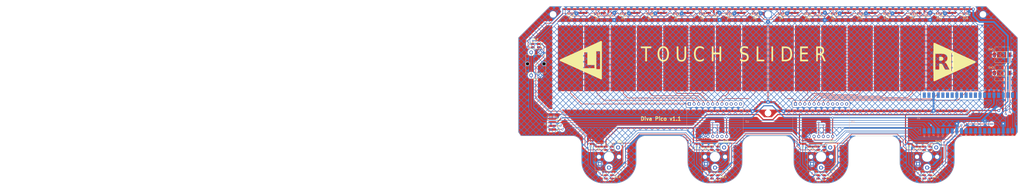
<source format=kicad_pcb>
(kicad_pcb (version 20240108) (generator "pcbnew") (generator_version "8.0")
  (title_block (title "Diva Pico Main"))
  (layers (0 "F.Cu" signal) (31 "B.Cu" signal) (34 "B.Paste" user) (35 "F.Paste" user) (36 "B.SilkS" user "B.Silkscreen") (37 "F.SilkS" user "F.Silkscreen") (38 "B.Mask" user) (39 "F.Mask" user) (44 "Edge.Cuts" user))
  (net 0 "")
  (net 1 "GND")
  (net 2 "+5V")
  (net 3 "+3V3")
  (net 4 "Net-(BL1-In)")
  (net 5 "Net-(K1-Pin_1)")
  (net 6 "Net-(K2-Pin_1)")
  (net 7 "Net-(K3-Pin_1)")
  (net 8 "Net-(K4-Pin_1)")
  (net 9 "Net-(K5-Pin_1)")
  (net 10 "Net-(K6-Pin_1)")
  (net 11 "Net-(K7-Pin_1)")
  (net 12 "Net-(K8-Pin_1)")
  (net 13 "Net-(K9-Pin_1)")
  (net 14 "Net-(K10-Pin_1)")
  (net 15 "Net-(K11-Pin_1)")
  (net 16 "Net-(K12-Pin_1)")
  (net 17 "Net-(K13-Pin_1)")
  (net 18 "Net-(K14-Pin_1)")
  (net 19 "Net-(K15-Pin_1)")
  (net 20 "Net-(K16-Pin_1)")
  (net 21 "Net-(D1-Out)")
  (net 22 "Net-(D2-Out)")
  (net 23 "Net-(D3-Out)")
  (net 24 "Net-(D4-Out)")
  (net 25 "Net-(D5-Out)")
  (net 26 "Net-(D6-Out)")
  (net 27 "Net-(D7-Out)")
  (net 28 "Net-(D8-Out)")
  (net 29 "Net-(D10-In)")
  (net 30 "Net-(D10-Out)")
  (net 31 "Net-(D11-Out)")
  (net 32 "Net-(D12-Out)")
  (net 33 "Net-(D13-Out)")
  (net 34 "Net-(D14-Out)")
  (net 35 "Net-(D15-Out)")
  (net 36 "Net-(BL1-Out)")
  (net 37 "/SCL")
  (net 38 "/SDA")
  (net 63 "Net-(BL3-Out)")
  (net 65 "Net-(BL5-Out)")
  (net 67 "Net-(BL7-Out)")
  (net 69 "Net-(BL9-Out)")
  (net 73 "Net-(U1-GPIO1)")
  (net 74 "Net-(U1-GPIO0)")
  (net 75 "Net-(U1-GPIO9)")
  (net 76 "Net-(U1-GPIO10)")
  (net 77 "Net-(U1-GPIO11)")
  (net 78 "Net-(U1-GPIO12)")
  (net 79 "Net-(U1-GPIO13)")
  (footprint "diva_main:PN532" (layer "F.Cu") (at 95.536 117.59268 90)
    (property "Reference" "J1")
    (property "Value" "Conn_01x04" (hide yes))
  )
  (footprint "diva_main:DivaKey" (layer "F.Cu") (at 148.736 81.59268)
    (property "Reference" "K4" (hide yes))
    (property "Value" "Conn_01x01_Female" (hide yes))
  )
  (footprint "diva_main:DivaKey" (layer "F.Cu") (at 278.336 81.59268)
    (property "Reference" "K13" (hide yes))
    (property "Value" "Conn_01x01_Female" (hide yes))
  )
  (footprint "Capacitor_SMD:C_0603_1608Metric_Pad1.08x0.95mm_HandSolder" (layer "F.Cu") (at 299.936 56.59268)
    (property "Reference" "C1")
    (property "Value" "0.1uF" (hide yes))
  )
  (footprint "diva_main:WS2812B-4020" (layer "F.Cu") (at 278.336 57.59268 180)
    (property "Reference" "D13")
    (property "Value" "WS2812B_Unified" (hide yes))
  )
  (footprint "Capacitor_SMD:C_0603_1608Metric_Pad1.08x0.95mm_HandSolder" (layer "F.Cu") (at 290.536 127.59268 90)
    (property "Reference" "C8")
    (property "Value" "0.1uF" (hide yes))
  )
  (footprint "diva_main:SW_Kailh_Choc_V1V2_1.00u_LED" (layer "F.Cu") (at 184.536 135.59268 180)
    (property "Reference" "SW5")
    (property "Value" "SWITCH_SPST" (hide yes))
  )
  (footprint "diva_main:WS2812B-2835" (layer "F.Cu") (at 126.536 130.89268)
    (property "Reference" "BL7")
    (property "Value" "WS2812B_Unified" (hide yes))
  )
  (footprint "diva_main:MountingHole_3.2mm_M3" (layer "F.Cu") (at 213.536 111.59268)
    (property "Reference" "SCR4" (hide yes))
    (property "Value" "ScrewHole" (hide yes))
  )
  (footprint "diva_main:WS2812B-4020" (layer "F.Cu") (at 292.736 57.59268 180)
    (property "Reference" "D14")
    (property "Value" "WS2812B_Unified" (hide yes))
  )
  (footprint "diva_main:DivaKey" (layer "F.Cu") (at 105.536 81.59268)
    (property "Reference" "K1" (hide yes))
    (property "Value" "Conn_01x01_Female" (hide yes))
  )
  (footprint "diva_main:DivaKey" (layer "F.Cu") (at 134.336 81.59268)
    (property "Reference" "K3" (hide yes))
    (property "Value" "Conn_01x01_Female" (hide yes))
  )
  (footprint "diva_main:DivaKey" (layer "F.Cu") (at 321.536 81.59268)
    (property "Reference" "K16" (hide yes))
    (property "Value" "Conn_01x01_Female" (hide yes))
  )
  (footprint "diva_main:WS2812B-2835" (layer "F.Cu") (at 184.536 146.59268)
    (property "Reference" "BL6")
    (property "Value" "WS2812B_Unified" (hide yes))
  )
  (footprint "diva_main:WS2812B-4020" (layer "F.Cu") (at 321.536 57.59268 180)
    (property "Reference" "D16")
    (property "Value" "WS2812B_Unified" (hide yes))
  )
  (footprint "diva_main:DivaKey" (layer "F.Cu") (at 292.736 81.59268)
    (property "Reference" "K14" (hide yes))
    (property "Value" "Conn_01x01_Female" (hide yes))
  )
  (footprint "diva_main:SW_Kailh_Choc_V1V2_1.00u_LED" (layer "F.Cu") (at 242.536 135.59268 180)
    (property "Reference" "SW4")
    (property "Value" "SWITCH_SPST" (hide yes))
  )
  (footprint "diva_main:SKSTAAE010" (layer "F.Cu") (at 341.536 89.59268)
    (property "Reference" "SW2")
    (property "Value" "SWITCH_SPST" (hide yes))
  )
  (footprint "diva_main:WS2812B-4020" (layer "F.Cu") (at 177.536 57.59268 180)
    (property "Reference" "D6")
    (property "Value" "WS2812B_Unified" (hide yes))
  )
  (footprint "diva_main:DivaKey" (layer "F.Cu") (at 263.936 81.59268)
    (property "Reference" "K12" (hide yes))
    (property "Value" "Conn_01x01_Female" (hide yes))
  )
  (footprint "Capacitor_SMD:C_0603_1608Metric_Pad1.08x0.95mm_HandSolder" (layer "F.Cu") (at 232.536 127.59268 90)
    (property "Reference" "C7")
    (property "Value" "0.1uF" (hide yes))
  )
  (footprint "diva_main:MountingHole_3.2mm_M3" (layer "F.Cu") (at 95.98 57.49268)
    (property "Reference" "SCR1" (hide yes))
    (property "Value" "ScrewHole" (hide yes))
  )
  (footprint "Capacitor_SMD:C_0603_1608Metric_Pad1.08x0.95mm_HandSolder" (layer "F.Cu") (at 116.536 127.59268 90)
    (property "Reference" "C5")
    (property "Value" "0.1uF" (hide yes))
  )
  (footprint "diva_main:B3F4000" (layer "F.Cu") (at 86.536 84.59268 90)
    (property "Reference" "SW7")
    (property "Value" "SWITCH_SPST")
  )
  (footprint "diva_main:WS2812B-4020" (layer "F.Cu") (at 119.936 57.59268 180)
    (property "Reference" "D2")
    (property "Value" "WS2812B_Unified" (hide yes))
  )
  (footprint "diva_main:DivaKey" (layer "F.Cu") (at 235.136 81.59268)
    (property "Reference" "K10" (hide yes))
    (property "Value" "Conn_01x01_Female" (hide yes))
  )
  (footprint "Capacitor_SMD:C_0603_1608Metric_Pad1.08x0.95mm_HandSolder" (layer "F.Cu") (at 184.736 56.59268)
    (property "Reference" "C3")
    (property "Value" "0.1uF" (hide yes))
  )
  (footprint "Capacitor_SMD:C_0603_1608Metric_Pad1.08x0.95mm_HandSolder" (layer "F.Cu") (at 127.136 56.59268)
    (property "Reference" "C4")
    (property "Value" "0.1uF" (hide yes))
  )
  (footprint "diva_main:WS2812B-2835" (layer "F.Cu") (at 242.536 130.89268)
    (property "Reference" "BL3")
    (property "Value" "WS2812B_Unified" (hide yes))
  )
  (footprint "diva_main:MountingHole_3.2mm_M3" (layer "F.Cu") (at 331.092 57.49268)
    (property "Reference" "SCR2" (hide yes))
    (property "Value" "ScrewHole" (hide yes))
  )
  (footprint "diva_main:SW_Kailh_Choc_V1V2_1.00u_LED" (layer "F.Cu") (at 300.536 135.59268 180)
    (property "Reference" "SW3")
    (property "Value" "SWITCH_SPST" (hide yes))
  )
  (footprint "diva_main:SKSTAAE010" (layer "F.Cu") (at 341.536 79.59268)
    (property "Reference" "SW1")
    (property "Value" "SWITCH_SPST" (hide yes))
  )
  (footprint "diva_main:WS2812B-4020" (layer "F.Cu") (at 235.136 57.59268 180)
    (property "Reference" "D10")
    (property "Value" "WS2812B_Unified" (hide yes))
  )
  (footprint "diva_main:WS2812B-2835" (layer "F.Cu") (at 184.536 130.89268)
    (property "Reference" "BL5")
    (property "Value" "WS2812B_Unified" (hide yes))
  )
  (footprint "diva_main:WS2812B-4020" (layer "F.Cu") (at 206.336 57.59268 180)
    (property "Reference" "D8")
    (property "Value" "WS2812B_Unified" (hide yes))
  )
  (footprint "diva_main:DivaKey" (layer "F.Cu") (at 249.536 81.59268)
    (property "Reference" "K11" (hide yes))
    (property "Value" "Conn_01x01_Female" (hide yes))
  )
  (footprint "diva_main:DivaKey" (layer "F.Cu") (at 307.136 81.59268)
    (property "Reference" "K15" (hide yes))
    (property "Value" "Conn_01x01_Female" (hide yes))
  )
  (footprint "diva_main:WS2812B-4020" (layer "F.Cu") (at 191.936 57.59268 180)
    (property "Reference" "D7")
    (property "Value" "WS2812B_Unified" (hide yes))
  )
  (footprint "diva_main:DivaKey" (layer "F.Cu") (at 119.936 81.59268)
    (property "Reference" "K2" (hide yes))
    (property "Value" "Conn_01x01_Female" (hide yes))
  )
  (footprint "diva_main:DivaKeyBiasRight" (layer "F.Cu") (at 220.736 81.59268)
    (property "Reference" "K9" (hide yes))
    (property "Value" "Conn_01x01_Female" (hide yes))
  )
  (footprint "diva_main:WS2812B-4020" (layer "F.Cu") (at 163.136 57.59268 180)
    (property "Reference" "D5")
    (property "Value" "WS2812B_Unified" (hide yes))
  )
  (footprint "diva_main:WS2812B-4020" (layer "F.Cu") (at 249.536 57.59268 180)
    (property "Reference" "D11")
    (property "Value" "WS2812B_Unified" (hide yes))
  )
  (footprint "diva_main:DivaKey" (layer "F.Cu") (at 191.936 81.59268)
    (property "Reference" "K7" (hide yes))
    (property "Value" "Conn_01x01_Female" (hide yes))
  )
  (footprint "diva_main:WS2812B-4020" (layer "F.Cu") (at 134.336 57.59268 180)
    (property "Reference" "D3")
    (property "Value" "WS2812B_Unified" (hide yes))
  )
  (footprint "diva_main:WS2812B-2835" (layer "F.Cu") (at 300.536 146.59268)
    (property "Reference" "BL2")
    (property "Value" "WS2812B_Unified" (hide yes))
  )
  (footprint "diva_main:MountingHole_3.2mm_M3" (layer "F.Cu") (at 213.536 57.49268 180)
    (property "Reference" "SCR3" (hide yes))
    (property "Value" "ScrewHole" (hide yes))
  )
  (footprint "diva_main:DivaKey" (layer "F.Cu") (at 163.136 81.59268)
    (property "Reference" "K5" (hide yes))
    (property "Value" "Conn_01x01_Female" (hide yes))
  )
  (footprint "diva_main:WS2812B-4020" (layer "F.Cu") (at 263.936 57.59268 180)
    (property "Reference" "D12")
    (property "Value" "WS2812B_Unified" (hide yes))
  )
  (footprint "diva_main:WS2812B-2835" (layer "F.Cu") (at 126.536 146.59268)
    (property "Reference" "BL8")
    (property "Value" "WS2812B_Unified" (hide yes))
  )
  (footprint "diva_main:WS2812B-4020" (layer "F.Cu") (at 105.536 57.59268 180)
    (property "Reference" "D1")
    (property "Value" "WS2812B_Unified" (hide yes))
  )
  (footprint "diva_main:WS2812B-4020" (layer "F.Cu") (at 148.736 57.59268 180)
    (property "Reference" "D4")
    (property "Value" "WS2812B_Unified" (hide yes))
  )
  (footprint "diva_main:DivaKey" (layer "F.Cu") (at 177.536 81.59268)
    (property "Reference" "K6" (hide yes))
    (property "Value" "Conn_01x01_Female" (hide yes))
  )
  (footprint "diva_main:WS2812B-4020" (layer "F.Cu") (at 220.736 57.59268 180)
    (property "Reference" "D9")
    (property "Value" "WS2812B_Unified" (hide yes))
  )
  (footprint "diva_main:WS2812B-2835" (layer "F.Cu") (at 242.536 146.59268)
    (property "Reference" "BL4")
    (property "Value" "WS2812B_Unified" (hide yes))
  )
  (footprint "diva_main:WS2812B-2835" (layer "F.Cu") (at 86.536 74.59268)
    (property "Reference" "BL9")
    (property "Value" "WS2812B_Unified" (hide yes))
  )
  (footprint "diva_main:DivaKeyBiasLeft" (layer "F.Cu") (at 206.336 81.59268)
    (property "Reference" "K8" (hide yes))
    (property "Value" "Conn_01x01_Female" (hide yes))
  )
  (footprint "diva_main:SW_Kailh_Choc_V1V2_1.00u_LED" (layer "F.Cu") (at 126.536 135.59268 180)
    (property "Reference" "SW6")
    (property "Value" "SWITCH_SPST" (hide yes))
  )
  (footprint "Capacitor_SMD:C_0603_1608Metric_Pad1.08x0.95mm_HandSolder" (layer "F.Cu") (at 242.336 56.59268)
    (property "Reference" "C2")
    (property "Value" "0.1uF" (hide yes))
  )
  (footprint "diva_main:WS2812B-4020" (layer "F.Cu") (at 307.136 57.59268 180)
    (property "Reference" "D15")
    (property "Value" "WS2812B_Unified" (hide yes))
  )
  (footprint "Capacitor_SMD:C_0603_1608Metric_Pad1.08x0.95mm_HandSolder" (layer "F.Cu") (at 174.536 127.59268 90)
    (property "Reference" "C6")
    (property "Value" "0.1uF" (hide yes))
  )
  (footprint "diva_main:WS2812B-2835" (layer "F.Cu") (at 300.536 130.89268)
    (property "Reference" "BL1")
    (property "Value" "WS2812B_Unified" (hide yes))
  )
  (footprint "diva_main:MPR121_BOARD" (layer "B.Cu") (at 184.536 106.59268)
    (property "Reference" "U2")
    (property "Value" "MPR121QR2_BOARD" (hide yes))
  )
  (footprint "diva_main:MPR121_BOARD" (layer "B.Cu") (at 242.536 106.59268)
    (property "Reference" "U3")
    (property "Value" "MPR121QR2_BOARD" (hide yes))
  )
  (footprint "diva_main:RPi_Pico_SMD_No_USB" (layer "B.Cu") (at 323.136 111.59268 90)
    (property "Reference" "U1")
    (property "Value" "Pico_Trim")
  )
  (gr_poly (pts (xy 122.186685 72.59268) (xy 111.186685 77.59268) (xy 122.186685 77.59268)) (stroke (width 0.15)) (fill solid) (layer "F.SilkS"))
  (gr_line (start 326.536 83.59268) (end 304.536 73.59268) (stroke (width 1)) (layer "F.SilkS"))
  (gr_poly (pts (xy 315.536 78.59268) (xy 304.536 78.59268) (xy 304.536 73.59268)) (stroke (width 0.15)) (fill solid) (layer "F.SilkS"))
  (gr_poly (pts (xy 111.186685 87.59268) (xy 122.186685 87.59268) (xy 122.186685 92.59268)) (stroke (width 0.15)) (fill solid) (layer "F.SilkS"))
  (gr_line (start 100.186685 82.59268) (end 122.186685 92.59268) (stroke (width 1)) (layer "F.SilkS"))
  (gr_line (start 304.536 93.59268) (end 326.536 83.59268) (stroke (width 1)) (layer "F.SilkS"))
  (gr_poly (pts (xy 304.536 93.59268) (xy 315.536 88.59268) (xy 304.536 88.59268)) (stroke (width 0.15)) (fill solid) (layer "F.SilkS"))
  (gr_line (start 122.186685 92.59268) (end 122.186685 72.59268) (stroke (width 1)) (layer "F.SilkS"))
  (gr_poly (pts (xy 112.186685 77.59268) (xy 112.186685 87.59268) (xy 101.186685 82.59268)) (stroke (width 0.15)) (fill solid) (layer "F.SilkS"))
  (gr_line (start 304.536 73.59268) (end 304.536 93.59268) (stroke (width 1)) (layer "F.SilkS"))
  (gr_poly (pts (xy 314.536 88.59268) (xy 314.536 78.59268) (xy 325.536 83.59268)) (stroke (width 0.15)) (fill solid) (layer "F.SilkS"))
  (gr_line (start 122.186685 72.59268) (end 100.186685 82.59268) (stroke (width 1)) (layer "F.SilkS"))
  (gr_line (start 285.536 129.09136) (end 285.536 138.09136) (stroke (width 0.2)) (layer "Edge.Cuts"))
  (gr_line (start 78.39081 124.09136) (end 106.536 124.09136) (stroke (width 0.2)) (layer "Edge.Cuts"))
  (gr_line (start 262.536 124.09136) (end 280.536 124.09136) (stroke (width 0.2)) (layer "Edge.Cuts"))
  (gr_arc (start 106.536 124.09136) (mid 110.071534 125.555826) (end 111.536 129.09136) (stroke (width 0.2)) (layer "Edge.Cuts"))
  (gr_line (start 94.15732 53.09136) (end 77.036 70.21268) (stroke (width 0.2)) (layer "Edge.Cuts"))
  (gr_arc (start 181.536 150.09136) (mid 173.050719 146.576641) (end 169.536 138.09136) (stroke (width 0.2)) (layer "Edge.Cuts"))
  (gr_arc (start 199.536 129.09136) (mid 201.000466 125.555826) (end 204.536 124.09136) (stroke (width 0.2)) (layer "Edge.Cuts"))
  (gr_line (start 111.536 129.09136) (end 111.536 138.09136) (stroke (width 0.2)) (layer "Edge.Cuts"))
  (gr_arc (start 257.536 129.09136) (mid 259.000466 125.555826) (end 262.536 124.09136) (stroke (width 0.2)) (layer "Edge.Cuts"))
  (gr_line (start 169.536 129.09136) (end 169.536 138.09136) (stroke (width 0.2)) (layer "Edge.Cuts"))
  (gr_line (start 199.536 138.09136) (end 199.536 129.09136) (stroke (width 0.2)) (layer "Edge.Cuts"))
  (gr_arc (start 141.536 138.09136) (mid 138.021281 146.576641) (end 129.536 150.09136) (stroke (width 0.2)) (layer "Edge.Cuts"))
  (gr_line (start 77.036 70.21268) (end 77.036 122.1247) (stroke (width 0.2)) (layer "Edge.Cuts"))
  (gr_line (start 332.91468 53.09136) (end 94.15732 53.09136) (stroke (width 0.2)) (layer "Edge.Cuts"))
  (gr_line (start 239.536 150.09136) (end 245.536 150.09136) (stroke (width 0.2)) (layer "Edge.Cuts"))
  (gr_line (start 141.536 138.09136) (end 141.536 129.09136) (stroke (width 0.2)) (layer "Edge.Cuts"))
  (gr_arc (start 222.536 124.09136) (mid 226.071534 125.555826) (end 227.536 129.09136) (stroke (width 0.2)) (layer "Edge.Cuts"))
  (gr_arc (start 297.536 150.09136) (mid 289.050719 146.576641) (end 285.536 138.09136) (stroke (width 0.2)) (layer "Edge.Cuts"))
  (gr_line (start 350.036 122.1247) (end 350.036 70.21268) (stroke (width 0.2)) (layer "Edge.Cuts"))
  (gr_line (start 315.536 138.09136) (end 315.536 129.09136) (stroke (width 0.2)) (layer "Edge.Cuts"))
  (gr_line (start 320.536 124.09136) (end 348.68119 124.09136) (stroke (width 0.2)) (layer "Edge.Cuts"))
  (gr_arc (start 199.536 138.09136) (mid 196.021281 146.576641) (end 187.536 150.09136) (stroke (width 0.2)) (layer "Edge.Cuts"))
  (gr_arc (start 257.536 138.09136) (mid 254.021281 146.576641) (end 245.536 150.09136) (stroke (width 0.2)) (layer "Edge.Cuts"))
  (gr_line (start 181.536 150.09136) (end 187.536 150.09136) (stroke (width 0.2)) (layer "Edge.Cuts"))
  (gr_arc (start 141.536 129.09136) (mid 143.000466 125.555826) (end 146.536 124.09136) (stroke (width 0.2)) (layer "Edge.Cuts"))
  (gr_line (start 77.036 122.1247) (end 78.39081 124.09136) (stroke (width 0.2)) (layer "Edge.Cuts"))
  (gr_line (start 348.68119 124.09136) (end 350.036 122.1247) (stroke (width 0.2)) (layer "Edge.Cuts"))
  (gr_line (start 204.536 124.09136) (end 222.536 124.09136) (stroke (width 0.2)) (layer "Edge.Cuts"))
  (gr_arc (start 164.536 124.09136) (mid 168.071534 125.555826) (end 169.536 129.09136) (stroke (width 0.2)) (layer "Edge.Cuts"))
  (gr_line (start 350.036 70.21268) (end 332.91468 53.09136) (stroke (width 0.2)) (layer "Edge.Cuts"))
  (gr_line (start 123.536 150.09136) (end 129.536 150.09136) (stroke (width 0.2)) (layer "Edge.Cuts"))
  (gr_line (start 227.536 129.09136) (end 227.536 138.09136) (stroke (width 0.2)) (layer "Edge.Cuts"))
  (gr_arc (start 239.536 150.09136) (mid 231.050719 146.576641) (end 227.536 138.09136) (stroke (width 0.2)) (layer "Edge.Cuts"))
  (gr_line (start 297.536 150.09136) (end 303.536 150.09136) (stroke (width 0.2)) (layer "Edge.Cuts"))
  (gr_arc (start 123.536 150.09136) (mid 115.050719 146.576641) (end 111.536 138.09136) (stroke (width 0.2)) (layer "Edge.Cuts"))
  (gr_arc (start 315.536 138.09136) (mid 312.021281 146.576641) (end 303.536 150.09136) (stroke (width 0.2)) (layer "Edge.Cuts"))
  (gr_line (start 257.536 138.09136) (end 257.536 129.09136) (stroke (width 0.2)) (layer "Edge.Cuts"))
  (gr_arc (start 315.536 129.09136) (mid 317.000466 125.555826) (end 320.536 124.09136) (stroke (width 0.2)) (layer "Edge.Cuts"))
  (gr_arc (start 280.536 124.09136) (mid 284.071534 125.555826) (end 285.536 129.09136) (stroke (width 0.2)) (layer "Edge.Cuts"))
  (gr_line (start 146.536 124.09136) (end 164.536 124.09136) (stroke (width 0.2)) (layer "Edge.Cuts"))
  (gr_text "T O U C H   S L I D E R" (at 144.036 84.59268 0) (layer "F.SilkS") (effects (font (size 8 6.6) (thickness 0.825)) (justify left bottom)))
  (gr_text "R" (at 303.826 89.19268 0) (layer "F.SilkS" knockout) (effects (font (size 8.5 8.5) (thickness 2) (bold yes)) (justify left bottom)))
  (gr_text "L" (at 111.386685 88.39268 0) (layer "F.SilkS" knockout) (effects (font (size 8.5 8.5) (thickness 2) (bold yes)) (justify left bottom)))
  (gr_text "Diva Pico v1.1" (at 143.636 115.89268 0) (layer "F.SilkS") (effects (font (size 2 2) (thickness 0.4) (bold yes)) (justify left bottom)))
  (segment (start 180.586 56.94268) (end 181.436 57.79268) (width 0.3) (layer "F.Cu") (net 1))
  (segment (start 210.136 105.59268) (end 205.136 110.59268) (width 1) (layer "F.Cu") (net 1))
  (segment (start 243.1985 57.23018) (end 243.1985 56.59268) (width 0.3) (layer "F.Cu") (net 1))
  (segment (start 185.5985 57.23018) (end 185.5985 56.59268) (width 0.3) (layer "F.Cu") (net 1))
  (segment (start 295.786 56.94268) (end 296.636 57.79268) (width 0.3) (layer "F.Cu") (net 1))
  (segment (start 129.436 56.59268) (end 127.9985 56.59268) (width 0.9) (layer "F.Cu") (net 1))
  (segment (start 239.036 57.79268) (end 242.636 57.79268) (width 0.3) (layer "F.Cu") (net 1))
  (segment (start 279.611 56.94268) (end 281.536 56.94268) (width 0.3) (layer "F.Cu") (net 1))
  (segment (start 296.636 57.79268) (end 300.236 57.79268) (width 0.3) (layer "F.Cu") (net 1))
  (segment (start 322.811 56.94268) (end 323.936 56.94268) (width 0.3) (layer "F.Cu") (net 1))
  (segment (start 181.436 57.79268) (end 185.036 57.79268) (width 0.3) (layer "F.Cu") (net 1))
  (segment (start 185.036 57.79268) (end 185.5985 57.23018) (width 0.3) (layer "F.Cu") (net 1))
  (segment (start 127.9985 57.23018) (end 127.9985 56.59268) (width 0.3) (layer "F.Cu") (net 1))
  (segment (start 302.236 56.59268) (end 300.7985 56.59268) (width 0.9) (layer "F.Cu") (net 1))
  (segment (start 294.011 56.94268) (end 295.786 56.94268) (width 0.3) (layer "F.Cu") (net 1))
  (segment (start 207.611 56.94268) (end 209.536 56.94268) (width 0.3) (layer "F.Cu") (net 1))
  (segment (start 300.7985 57.23018) (end 300.7985 56.59268) (width 0.3) (layer "F.Cu") (net 1))
  (segment (start 300.236 57.79268) (end 300.7985 57.23018) (width 0.3) (layer "F.Cu") (net 1))
  (segment (start 265.211 56.94268) (end 267.136 56.94268) (width 0.3) (layer "F.Cu") (net 1))
  (segment (start 244.636 56.59268) (end 243.1985 56.59268) (width 0.9) (layer "F.Cu") (net 1))
  (segment (start 213.536 105.59268) (end 210.136 105.59268) (width 1) (layer "F.Cu") (net 1))
  (segment (start 178.811 56.94268) (end 180.586 56.94268) (width 0.3) (layer "F.Cu") (net 1))
  (segment (start 164.411 56.94268) (end 166.336 56.94268) (width 0.3) (layer "F.Cu") (net 1))
  (segment (start 121.211 56.94268) (end 122.986 56.94268) (width 0.3) (layer "F.Cu") (net 1))
  (segment (start 150.011 56.94268) (end 151.936 56.94268) (width 0.3) (layer "F.Cu") (net 1))
  (segment (start 222.011 56.94268) (end 223.936 56.94268) (width 0.3) (layer "F.Cu") (net 1))
  (segment (start 106.811 56.94268) (end 108.736 56.94268) (width 0.3) (layer "F.Cu") (net 1))
  (segment (start 123.836 57.79268) (end 127.436 57.79268) (width 0.3) (layer "F.Cu") (net 1))
  (segment (start 127.436 57.79268) (end 127.9985 57.23018) (width 0.3) (layer "F.Cu") (net 1))
  (segment (start 250.811 56.94268) (end 252.736 56.94268) (width 0.3) (layer "F.Cu") (net 1))
  (segment (start 122.986 56.94268) (end 123.836 57.79268) (width 0.3) (layer "F.Cu") (net 1))
  (segment (start 308.411 56.94268) (end 310.336 56.94268) (width 0.3) (layer "F.Cu") (net 1))
  (segment (start 238.186 56.94268) (end 239.036 57.79268) (width 0.3) (layer "F.Cu") (net 1))
  (segment (start 216.936 105.59268) (end 221.936 110.59268) (width 1) (layer "F.Cu") (net 1))
  (segment (start 236.411 56.94268) (end 238.186 56.94268) (width 0.3) (layer "F.Cu") (net 1))
  (segment (start 193.211 56.94268) (end 195.136 56.94268) (width 0.3) (layer "F.Cu") (net 1))
  (segment (start 242.636 57.79268) (end 243.1985 57.23018) (width 0.3) (layer "F.Cu") (net 1))
  (segment (start 135.611 56.94268) (end 137.536 56.94268) (width 0.3) (layer "F.Cu") (net 1))
  (segment (start 213.536 105.59268) (end 216.936 105.59268) (width 1) (layer "F.Cu") (net 1))
  (segment (start 213.536 105.59268) (end 213.536 61.59268) (width 0.4) (layer "F.Cu") (net 1))
  (segment (start 187.036 56.59268) (end 185.5985 56.59268) (width 0.9) (layer "F.Cu") (net 1))
  (via (at 267.136 56.94268) (size 1) (drill 0.5) (layers "F.Cu" "B.Cu") (net 1))
  (via (at 304.086 110.29268) (size 1.8) (drill 0.8) (layers "F.Cu" "B.Cu") (net 1))
  (via (at 221.936 110.59268) (size 1.8) (drill 0.8) (layers "F.Cu" "B.Cu") (net 1))
  (via (at 213.536 61.59268) (size 1.2) (drill 0.6) (layers "F.Cu" "B.Cu") (net 1))
  (via (at 187.036 56.59268) (size 1.2) (drill 0.6) (layers "F.Cu" "B.Cu") (net 1))
  (via (at 252.736 56.94268) (size 1) (drill 0.5) (layers "F.Cu" "B.Cu") (net 1))
  (via (at 302.236 56.59268) (size 1.2) (drill 0.6) (layers "F.Cu" "B.Cu") (net 1))
  (via (at 316.786 117.39268) (size 1.8) (drill 0.8) (layers "F.Cu" "B.Cu") (net 1))
  (via (at 281.536 56.94268) (size 1) (drill 0.5) (layers "F.Cu" "B.Cu") (net 1))
  (via (at 187.036 60.49268) (size 1.2) (drill 0.6) (layers "F.Cu" "B.Cu") (net 1))
  (via (at 323.936 56.94268) (size 1) (drill 0.5) (layers "F.Cu" "B.Cu") (net 1))
  (via (at 205.136 110.59268) (size 1.8) (drill 0.8) (layers "F.Cu" "B.Cu") (net 1))
  (via (at 332.136 115.69268) (size 1) (drill 0.5) (layers "F.Cu" "B.Cu") (net 1))
  (via (at 209.536 56.94268) (size 1) (drill 0.5) (layers "F.Cu" "B.Cu") (net 1))
  (via (at 108.736 56.94268) (size 1) (drill 0.5) (layers "F.Cu" "B.Cu") (net 1))
  (via (at 244.636 56.59268) (size 1.2) (drill 0.6) (layers "F.Cu" "B.Cu") (net 1))
  (via (at 213.536 105.59268) (size 1.8) (drill 0.8) (layers "F.Cu" "B.Cu") (net 1))
  (via (at 151.936 56.94268) (size 1) (drill 0.5) (layers "F.Cu" "B.Cu") (net 1))
  (via (at 129.436 60.59268) (size 1.2) (drill 0.6) (layers "F.Cu" "B.Cu") (net 1))
  (via (at 129.436 56.59268) (size 1.2) (drill 0.6) (layers "F.Cu" "B.Cu") (net 1))
  (via (at 195.136 56.94268) (size 1) (drill 0.5) (layers "F.Cu" "B.Cu") (net 1))
  (via (at 166.336 56.94268) (size 1) (drill 0.5) (layers "F.Cu" "B.Cu") (net 1))
  (via (at 302.636 118.19268) (size 1.2) (drill 0.6) (layers "F.Cu" "B.Cu") (net 1))
  (via (at 223.936 56.94268) (size 1) (drill 0.5) (layers "F.Cu" "B.Cu") (net 1))
  (via (at 244.636 60.59268) (size 1.2) (drill 0.6) (layers "F.Cu" "B.Cu") (net 1))
  (via (at 137.536 56.94268) (size 1) (drill 0.5) (layers "F.Cu" "B.Cu") (net 1))
  (via (at 342.186 117.39268) (size 1.8) (drill 0.8) (layers "F.Cu" "B.Cu") (net 1))
  (via (at 310.336 56.94268) (size 1) (drill 0.5) (layers "F.Cu" "B.Cu") (net 1))
  (via (at 302.236 60.49268) (size 1.2) (drill 0.6) (layers "F.Cu" "B.Cu") (net 1))
  (segment (start 304.086 119.64268) (end 304.086 121.39268) (width 1) (layer "B.Cu") (net 1))
  (segment (start 316.786 117.44268) (end 316.836 117.39268) (width 1) (layer "B.Cu") (net 1))
  (segment (start 302.636 118.19268) (end 304.086 119.64268) (width 1) (layer "B.Cu") (net 1))
  (segment (start 304.086 101.79268) (end 304.086 110.29268) (width 1) (layer "B.Cu") (net 1))
  (segment (start 342.186 121.39268) (end 342.186 117.39268) (width 1) (layer "B.Cu") (net 1))
  (segment (start 316.786 121.39268) (end 316.786 117.39268) (width 1) (layer "B.Cu") (net 1))
  (segment (start 208.136 112.39268) (end 180.136 112.39268) (width 0.6) (layer "F.Cu") (net 2))
  (segment (start 183.8735 56.59268) (end 183.8735 54.63018) (width 0.9) (layer "F.Cu") (net 2))
  (segment (start 126.2735 56.59268) (end 126.2735 54.63018) (width 0.9) (layer "F.Cu") (net 2))
  (segment (start 321.111 56.94268) (end 321.111 54.66768) (width 0.3) (layer "F.Cu") (net 2))
  (segment (start 299.036 54.59268) (end 101.286 54.59268) (width 1) (layer "F.Cu") (net 2))
  (segment (start 173.3985 128.45518) (end 172.736 127.79268) (width 0.6) (layer "F.Cu") (net 2))
  (segment (start 325.786 54.59268) (end 321.036 54.59268) (width 1) (layer "F.Cu") (net 2))
  (segment (start 249.111 56.94268) (end 249.111 54.66768) (width 0.3) (layer "F.Cu") (net 2))
  (segment (start 241.4735 56.59268) (end 241.4735 54.63018) (width 0.9) (layer "F.Cu") (net 2))
  (segment (start 277.911 56.94268) (end 277.911 54.66768) (width 0.3) (layer "F.Cu") (net 2))
  (segment (start 121.536 144.59268) (end 122.636 145.69268) (width 0.4) (layer "F.Cu") (net 2))
  (segment (start 177.111 56.94268) (end 177.111 54.66768) (width 0.3) (layer "F.Cu") (net 2))
  (segment (start 122.636 145.69268) (end 124.936 145.69268) (width 0.4) (layer "F.Cu") (net 2))
  (segment (start 119.511 56.94268) (end 119.511 54.66768) (width 0.3) (layer "F.Cu") (net 2))
  (segment (start 177.536 129.99268) (end 175.9985 128.45518) (width 0.9) (layer "F.Cu") (net 2))
  (segment (start 172.736 127.79268) (end 172.736 119.79268) (width 0.6) (layer "F.Cu") (net 2))
  (segment (start 180.136 112.39268) (end 172.736 119.79268) (width 0.6) (layer "F.Cu") (net 2))
  (segment (start 133.911 56.94268) (end 133.911 54.66768) (width 0.3) (layer "F.Cu") (net 2))
  (segment (start 322.136 112.39268) (end 218.936 112.39268) (width 0.6) (layer "F.Cu") (net 2))
  (segment (start 237.536 144.59268) (end 238.636 145.69268) (width 0.4) (layer "F.Cu") (net 2))
  (segment (start 232.536 128.45518) (end 232.536 129.59268) (width 0.4) (layer "F.Cu") (net 2))
  (segment (start 174.536 128.45518) (end 173.3985 128.45518) (width 0.6) (layer "F.Cu") (net 2))
  (segment (start 124.936 126.39268) (end 124.936 129.99268) (width 0.6) (layer "F.Cu") (net 2))
  (segment (start 182.936 129.99268) (end 177.536 129.99268) (width 0.9) (layer "F.Cu") (net 2))
  (segment (start 324.536 110.19268) (end 322.336 112.39268) (width 0.6) (layer "F.Cu") (net 2))
  (segment (start 148.311 56.94268) (end 148.311 54.66768) (width 0.3) (layer "F.Cu") (net 2))
  (segment (start 238.636 145.69268) (end 240.936 145.69268) (width 0.4) (layer "F.Cu") (net 2))
  (segment (start 105.111 56.94268) (end 105.111 54.66768) (width 0.3) (layer "F.Cu") (net 2))
  (segment (start 292.311 56.94268) (end 292.311 54.66768) (width 0.3) (layer "F.Cu") (net 2))
  (segment (start 235.536 129.99268) (end 233.9985 128.45518) (width 0.9) (layer "F.Cu") (net 2))
  (segment (start 293.536 129.99268) (end 291.9985 128.45518) (width 0.9) (layer "F.Cu") (net 2))
  (segment (start 205.911 56.94268) (end 205.911 54.66768) (width 0.3) (layer "F.Cu") (net 2))
  (segment (start 321.036 54.59268) (end 299.036 54.59268) (width 1) (layer "F.Cu") (net 2))
  (segment (start 291.9985 128.45518) (end 290.536 128.45518) (width 0.9) (layer "F.Cu") (net 2))
  (segment (start 233.9985 128.45518) (end 232.536 128.45518) (width 0.9) (layer "F.Cu") (net 2))
  (segment (start 290.536 128.45518) (end 290.536 129.59268) (width 0.4) (layer "F.Cu") (net 2))
  (segment (start 117.9985 128.45518) (end 116.536 128.45518) (width 0.9) (layer "F.Cu") (net 2))
  (segment (start 172.736 119.79268) (end 131.536 119.79268) (width 0.6) (layer "F.Cu") (net 2))
  (segment (start 191.511 56.94268) (end 191.511 54.66768) (width 0.3) (layer "F.Cu") (net 2))
  (segment (start 263.511 56.94268) (end 263.511 54.66768) (width 0.3) (layer "F.Cu") (net 2))
  (segment (start 124.936 129.99268) (end 119.536 129.99268) (width 0.9) (layer "F.Cu") (net 2))
  (segment (start 162.711 56.94268) (end 162.711 54.66768) (width 0.3) (layer "F.Cu") (net 2))
  (segment (start 306.711 56.94268) (end 306.711 54.66768) (width 0.3) (layer "F.Cu") (net 2))
  (segment (start 84.936 71.94268) (end 84.936 73.69268) (width 0.3) (layer "F.Cu") (net 2))
  (segment (start 220.311 56.94268) (end 220.311 54.66768) (width 0.3) (layer "F.Cu") (net 2))
  (segment (start 296.636 145.69268) (end 298.936 145.69268) (width 0.4) (layer "F.Cu") (net 2))
  (segment (start 290.536 128.45518) (end 289.3985 128.45518) (width 0.6) (layer "F.Cu") (net 2))
  (segment (start 339.736 110.19268) (end 324.536 110.19268) (width 0.6) (layer "F.Cu") (net 2))
  (segment (start 116.536 128.45518) (end 116.536 129.59268) (width 0.4) (layer "F.Cu") (net 2))
  (segment (start 289.3985 128.45518) (end 288.736 127.79268) (width 0.6) (layer "F.Cu") (net 2))
  (segment (start 131.536 119.79268) (end 124.936 126.39268) (width 0.6) (layer "F.Cu") (net 2))
  (segment (start 322.336 112.39268) (end 322.136 112.39268) (width 0.6) (layer "F.Cu") (net 2))
  (segment (start 216.136 115.19268) (end 210.936 115.19268) (width 0.6) (layer "F.Cu") (net 2))
  (segment (start 231.3985 128.45518) (end 232.536 128.45518) (width 0.6) (layer "F.Cu") (net 2))
  (segment (start 295.536 144.59268) (end 296.636 145.69268) (width 0.4) (layer "F.Cu") (net 2))
  (segment (start 298.936 129.99268) (end 293.536 129.99268) (width 0.9) (layer "F.Cu") (net 2))
  (segment (start 175.9985 128.45518) (end 174.536 128.45518) (width 0.9) (layer "F.Cu") (net 2))
  (segment (start 234.711 56.94268) (end 234.711 54.66768) (width 0.3) (layer "F.Cu") (net 2))
  (segment (start 218.936 112.39268) (end 216.136 115.19268) (width 0.6) (layer "F.Cu") (net 2))
  (segment (start 210.936 115.19268) (end 208.136 112.39268) (width 0.6) (layer "F.Cu") (net 2))
  (segment (start 174.536 128.45518) (end 174.536 129.59268) (width 0.4) (layer "F.Cu") (net 2))
  (segment (start 299.0735 56.59268) (end 299.0735 54.63018) (width 0.9) (layer "F.Cu") (net 2))
  (segment (start 288.736 127.79268) (end 288.736 112.39268) (width 0.6) (layer "F.Cu") (net 2))
  (segment (start 230.736 127.79268) (end 231.3985 128.45518) (width 0.6) (layer "F.Cu") (net 2))
  (segment (start 180.636 145.69268) (end 182.936 145.69268) (width 0.4) (layer "F.Cu") (net 2))
  (segment (start 119.536 129.99268) (end 117.9985 128.45518) (width 0.9) (layer "F.Cu") (net 2))
  (segment (start 240.936 129.99268) (end 235.536 129.99268) (width 0.9) (layer "F.Cu") (net 2))
  (segment (start 179.536 144.59268) (end 180.636 145.69268) (width 0.4) (layer "F.Cu") (net 2))
  (segment (start 230.736 112.39268) (end 230.736 127.79268) (width 0.6) (layer "F.Cu") (net 2))
  (via (at 290.536 129.59268) (size 1) (drill 0.5) (layers "F.Cu" "B.Cu") (net 2))
  (via (at 101.286 54.59268) (size 0.8) (drill 0.4) (layers "F.Cu" "B.Cu") (net 2))
  (via (at 325.786 54.59268) (size 1.6) (drill 0.8) (layers "F.Cu" "B.Cu") (net 2))
  (via (at 121.536 144.59268) (size 1) (drill 0.5) (layers "F.Cu" "B.Cu") (net 2))
  (via (at 116.536 129.59268) (size 1) (drill 0.5) (layers "F.Cu" "B.Cu") (net 2))
  (via (at 237.536 144.59268) (size 1) (drill 0.5) (layers "F.Cu" "B.Cu") (net 2))
  (via (at 339.736 110.19268) (size 1.6) (drill 0.8) (layers "F.Cu" "B.Cu") (net 2))
  (via (at 295.536 144.59268) (size 1) (drill 0.5) (layers "F.Cu" "B.Cu") (net 2))
  (via (at 232.536 129.59268) (size 1) (drill 0.5) (layers "F.Cu" "B.Cu") (net 2))
  (via (at 174.536 129.59268) (size 1) (drill 0.5) (layers "F.Cu" "B.Cu") (net 2))
  (via (at 84.936 71.94268) (size 1) (drill 0.5) (layers "F.Cu" "B.Cu") (net 2))
  (via (at 179.536 144.59268) (size 1) (drill 0.5) (layers "F.Cu" "B.Cu") (net 2))
  (segment (start 344.726 69.28268) (end 344.726 101.79268) (width 1) (layer "B.Cu") (net 2))
  (segment (start 232.536 129.59268) (end 232.536 139.59268) (width 0.4) (layer "B.Cu") (net 2))
  (segment (start 337.036 61.59268) (end 344.726 69.28268) (width 1) (layer "B.Cu") (net 2))
  (segment (start 325.786 58.24268) (end 329.136 61.59268) (width 1) (layer "B.Cu") (net 2))
  (segment (start 232.536 139.59268) (end 237.536 144.59268) (width 0.4) (layer "B.Cu") (net 2))
  (segment (start 116.536 129.59268) (end 116.536 139.59268) (width 0.4) (layer "B.Cu") (net 2))
  (segment (start 86.686 71.94268) (end 84.936 71.94268) (width 0.4) (layer "B.Cu") (net 2))
  (segment (start 174.536 129.59268) (end 174.536 139.59268) (width 0.4) (layer "B.Cu") (net 2))
  (segment (start 329.136 61.59268) (end 337.036 61.59268) (width 1) (layer "B.Cu") (net 2))
  (segment (start 290.536 129.59268) (end 290.536 139.59268) (width 0.4) (layer "B.Cu") (net 2))
  (segment (start 290.536 139.59268) (end 295.536 144.59268) (width 0.4) (layer "B.Cu") (net 2))
  (segment (start 101.286 54.59268) (end 101.286 57.34268) (width 0.4) (layer "B.Cu") (net 2))
  (segment (start 174.536 139.59268) (end 179.536 144.59268) (width 0.4) (layer "B.Cu") (net 2))
  (segment (start 101.286 57.34268) (end 86.686 71.94268) (width 0.4) (layer "B.Cu") (net 2))
  (segment (start 116.536 139.59268) (end 121.536 144.59268) (width 0.4) (layer "B.Cu") (net 2))
  (segment (start 344.726 105.20268) (end 339.736 110.19268) (width 0.6) (layer "B.Cu") (net 2))
  (segment (start 325.786 54.59268) (end 325.786 58.24268) (width 1) (layer "B.Cu") (net 2))
  (segment (start 344.726 101.79268) (end 344.726 105.20268) (width 0.6) (layer "B.Cu") (net 2))
  (segment (start 98.336 116.59268) (end 95.536 116.59268) (width 0.6) (layer "F.Cu") (net 3))
  (segment (start 248.886 125.79268) (end 248.886 124.37268) (width 0.3) (layer "F.Cu") (net 3))
  (segment (start 248.286 126.39268) (end 248.886 125.79268) (width 0.3) (layer "F.Cu") (net 3))
  (segment (start 190.886 124.37268) (end 190.886 114.19268) (width 0.5) (layer "F.Cu") (net 3))
  (segment (start 239.336 126.39268) (end 248.286 126.39268) (width 0.3) (layer "F.Cu") (net 3))
  (segment (start 248.886 124.37268) (end 248.886 114.19268) (width 0.5) (layer "F.Cu") (net 3))
  (segment (start 100.736 114.19268) (end 98.336 116.59268) (width 0.6) (layer "F.Cu") (net 3))
  (segment (start 238.726 125.78268) (end 239.336 126.39268) (width 0.3) (layer "F.Cu") (net 3))
  (segment (start 238.726 124.37268) (end 238.726 125.78268) (width 0.3) (layer "F.Cu") (net 3))
  (via (at 100.736 114.19268) (size 1.2) (drill 0.6) (layers "F.Cu" "B.Cu") (net 3))
  (via (at 248.886 114.19268) (size 1.2) (drill 0.6) (layers "F.Cu" "B.Cu") (net 3))
  (via (at 190.886 114.19268) (size 1.2) (drill 0.6) (layers "F.Cu" "B.Cu") (net 3))
  (segment (start 222.536 114.19268) (end 329.436 114.19268) (width 0.6) (layer "B.Cu") (net 3))
  (segment (start 190.886 114.19268) (end 204.636 114.19268) (width 0.6) (layer "B.Cu") (net 3))
  (segment (start 190.886 114.19268) (end 100.736 114.19268) (width 0.6) (layer "B.Cu") (net 3))
  (segment (start 329.436 114.19268) (end 337.106 106.52268) (width 0.6) (layer "B.Cu") (net 3))
  (segment (start 215.936 107.59268) (end 222.536 114.19268) (width 0.6) (layer "B.Cu") (net 3))
  (segment (start 204.636 114.19268) (end 211.236 107.59268) (width 0.6) (layer "B.Cu") (net 3))
  (segment (start 337.106 106.52268) (end 337.106 101.79268) (width 0.6) (layer "B.Cu") (net 3))
  (segment (start 211.236 107.59268) (end 215.936 107.59268) (width 0.6) (layer "B.Cu") (net 3))
  (segment (start 307.786 129.09268) (end 310.536 129.09268) (width 0.3) (layer "F.Cu") (net 4))
  (segment (start 302.136 128.99268) (end 302.786 128.34268) (width 0.3) (layer "F.Cu") (net 4))
  (segment (start 310.536 129.09268) (end 310.536 139.34268) (width 0.3) (layer "F.Cu") (net 4))
  (segment (start 307.036 128.34268) (end 307.786 129.09268) (width 0.3) (layer "F.Cu") (net 4))
  (segment (start 302.136 129.99268) (end 302.136 128.99268) (width 0.3) (layer "F.Cu") (net 4))
  (segment (start 302.786 128.34268) (end 307.036 128.34268) (width 0.3) (layer "F.Cu") (net 4))
  (segment (start 310.536 139.34268) (end 304.186 145.69268) (width 0.3) (layer "F.Cu") (net 4))
  (segment (start 310.536 129.09268) (end 322.036 117.59268) (width 0.3) (layer "F.Cu") (net 4))
  (segment (start 322.036 117.59268) (end 335.786 117.59268) (width 0.3) (layer "F.Cu") (net 4))
  (segment (start 304.186 145.69268) (end 302.136 145.69268) (width 0.3) (layer "F.Cu") (net 4))
  (via (at 335.786 117.59268) (size 1) (drill 0.5) (layers "F.Cu" "B.Cu") (net 4))
  (segment (start 339.646 118.95268) (end 339.646 121.39268) (width 0.3) (layer "B.Cu") (net 4))
  (segment (start 338.286 117.59268) (end 339.646 118.95268) (width 0.3) (layer "B.Cu") (net 4))
  (segment (start 335.786 117.59268) (end 338.286 117.59268) (width 0.3) (layer "B.Cu") (net 4))
  (segment (start 105.536 100.59268) (end 105.536 81.59268) (width 0.3) (layer "F.Cu") (net 5))
  (segment (start 170.566 106.59268) (end 111.536 106.59268) (width 0.3) (layer "F.Cu") (net 5))
  (segment (start 111.536 106.59268) (end 105.536 100.59268) (width 0.3) (layer "F.Cu") (net 5))
  (segment (start 173.106 105.41268) (end 172.286 104.59268) (width 0.3) (layer "F.Cu") (net 6))
  (segment (start 123.786 104.59268) (end 119.936 100.74268) (width 0.3) (layer "F.Cu") (net 6))
  (segment (start 172.286 104.59268) (end 123.786 104.59268) (width 0.3) (layer "F.Cu") (net 6))
  (segment (start 173.106 106.59268) (end 173.106 105.41268) (width 0.3) (layer "F.Cu") (net 6))
  (segment (start 119.936 100.74268) (end 119.936 81.59268) (width 0.3) (layer "F.Cu") (net 6))
  (segment (start 175.646 105.20268) (end 173.786 103.34268) (width 0.3) (layer "F.Cu") (net 7))
  (segment (start 134.336 100.64268) (end 134.336 81.59268) (width 0.3) (layer "F.Cu") (net 7))
  (segment (start 137.036 103.34268) (end 134.336 100.64268) (width 0.3) (layer "F.Cu") (net 7))
  (segment (start 173.786 103.34268) (end 137.036 103.34268) (width 0.3) (layer "F.Cu") (net 7))
  (segment (start 175.646 106.59268) (end 175.646 105.20268) (width 0.3) (layer "F.Cu") (net 7))
  (segment (start 150.286 102.09268) (end 148.736 100.54268) (width 0.3) (layer "F.Cu") (net 8))
  (segment (start 148.736 100.54268) (end 148.736 81.59268) (width 0.3) (layer "F.Cu") (net 8))
  (segment (start 175.036 102.09268) (end 150.286 102.09268) (width 0.3) (layer "F.Cu") (net 8))
  (segment (start 178.186 105.24268) (end 175.036 102.09268) (width 0.3) (layer "F.Cu") (net 8))
  (segment (start 178.186 106.59268) (end 178.186 105.24268) (width 0.3) (layer "F.Cu") (net 8))
  (segment (start 163.136 100.19268) (end 163.136 81.59268) (width 0.3) (layer "F.Cu") (net 9))
  (segment (start 163.786 100.84268) (end 163.136 100.19268) (width 0.3) (layer "F.Cu") (net 9))
  (segment (start 180.726 105.18268) (end 176.386 100.84268) (width 0.3) (layer "F.Cu") (net 9))
  (segment (start 176.386 100.84268) (end 163.786 100.84268) (width 0.3) (layer "F.Cu") (net 9))
  (segment (start 180.726 106.59268) (end 180.726 105.18268) (width 0.3) (layer "F.Cu") (net 9))
  (segment (start 177.536 100.09268) (end 177.536 81.59268) (width 0.3) (layer "F.Cu") (net 10))
  (segment (start 178.286 100.84268) (end 177.536 100.09268) (width 0.3) (layer "F.Cu") (net 10))
  (segment (start 183.266 106.59268) (end 183.266 105.12268) (width 0.3) (layer "F.Cu") (net 10))
  (segment (start 178.986 100.84268) (end 178.286 100.84268) (width 0.3) (layer "F.Cu") (net 10))
  (segment (start 183.266 105.12268) (end 178.986 100.84268) (width 0.3) (layer "F.Cu") (net 10))
  (segment (start 191.936 100.44268) (end 191.936 81.59268) (width 0.3) (layer "F.Cu") (net 11))
  (segment (start 185.806 106.59268) (end 185.806 105.07268) (width 0.3) (layer "F.Cu") (net 11))
  (segment (start 185.806 105.07268) (end 188.786 102.09268) (width 0.3) (layer "F.Cu") (net 11))
  (segment (start 190.286 102.09268) (end 191.936 100.44268) (width 0.3) (layer "F.Cu") (net 11))
  (segment (start 188.786 102.09268) (end 190.286 102.09268) (width 0.3) (layer "F.Cu") (net 11))
  (segment (start 206.336 100.54268) (end 206.336 81.59268) (width 0.3) (layer "F.Cu") (net 12))
  (segment (start 190.036 103.59268) (end 203.286 103.59268) (width 0.3) (layer "F.Cu") (net 12))
  (segment (start 203.286 103.59268) (end 206.336 100.54268) (width 0.3) (layer "F.Cu") (net 12))
  (segment (start 188.346 105.28268) (end 190.036 103.59268) (width 0.3) (layer "F.Cu") (net 12))
  (segment (start 188.346 106.59268) (end 188.346 105.28268) (width 0.3) (layer "F.Cu") (net 12))
  (segment (start 223.786 103.59268) (end 220.736 100.54268) (width 0.3) (layer "F.Cu") (net 13))
  (segment (start 220.736 100.54268) (end 220.736 81.59268) (width 0.3) (layer "F.Cu") (net 13))
  (segment (start 228.566 106.59268) (end 228.566 105.12268) (width 0.3) (layer "F.Cu") (net 13))
  (segment (start 227.036 103.59268) (end 223.786 103.59268) (width 0.3) (layer "F.Cu") (net 13))
  (segment (start 228.566 105.12268) (end 227.036 103.59268) (width 0.3) (layer "F.Cu") (net 13))
  (segment (start 235.136 100.99268) (end 235.136 81.59268) (width 0.3) (layer "F.Cu") (net 14))
  (segment (start 231.106 105.02268) (end 235.136 100.99268) (width 0.3) (layer "F.Cu") (net 14))
  (segment (start 231.106 106.59268) (end 231.106 105.02268) (width 0.3) (layer "F.Cu") (net 14))
  (segment (start 249.536 100.09268) (end 249.536 81.59268) (width 0.3) (layer "F.Cu") (net 15))
  (segment (start 233.646 106.59268) (end 233.646 105.23268) (width 0.3) (layer "F.Cu") (net 15))
  (segment (start 238.036 100.84268) (end 248.786 100.84268) (width 0.3) (layer "F.Cu") (net 15))
  (segment (start 233.646 105.23268) (end 238.036 100.84268) (width 0.3) (layer "F.Cu") (net 15))
  (segment (start 248.786 100.84268) (end 249.536 100.09268) (width 0.3) (layer "F.Cu") (net 15))
  (segment (start 263.936 100.19268) (end 263.936 81.59268) (width 0.3) (layer "F.Cu") (net 16))
  (segment (start 236.186 106.59268) (end 236.186 105.19268) (width 0.3) (layer "F.Cu") (net 16))
  (segment (start 239.786 101.59268) (end 262.536 101.59268) (width 0.3) (layer "F.Cu") (net 16))
  (segment (start 262.536 101.59268) (end 263.936 100.19268) (width 0.3) (layer "F.Cu") (net 16))
  (segment (start 236.186 105.19268) (end 239.786 101.59268) (width 0.3) (layer "F.Cu") (net 16))
  (segment (start 276.286 102.34268) (end 278.336 100.29268) (width 0.3) (layer "F.Cu") (net 17))
  (segment (start 241.536 102.34268) (end 276.286 102.34268) (width 0.3) (layer "F.Cu") (net 17))
  (segment (start 238.726 105.15268) (end 241.536 102.34268) (width 0.3) (layer "F.Cu") (net 17))
  (segment (start 278.336 100.29268) (end 278.336 81.59268) (width 0.3) (layer "F.Cu") (net 17))
  (segment (start 238.726 106.59268) (end 238.726 105.15268) (width 0.3) (layer "F.Cu") (net 17))
  (segment (start 241.266 105.11268) (end 243.286 103.09268) (width 0.3) (layer "F.Cu") (net 18))
  (segment (start 243.286 103.09268) (end 289.911 103.09268) (width 0.3) (layer "F.Cu") (net 18))
  (segment (start 241.266 106.59268) (end 241.266 105.11268) (width 0.3) (layer "F.Cu") (net 18))
  (segment (start 289.911 103.09268) (end 292.736 100.26768) (width 0.3) (layer "F.Cu") (net 18))
  (segment (start 292.736 100.26768) (end 292.736 81.59268) (width 0.3) (layer "F.Cu") (net 18))
  (segment (start 307.136 100.24268) (end 307.136 81.59268) (width 0.3) (layer "F.Cu") (net 19))
  (segment (start 243.806 105.07268) (end 245.036 103.84268) (width 0.3) (layer "F.Cu") (net 19))
  (segment (start 245.036 103.84268) (end 303.536 103.84268) (width 0.3) (layer "F.Cu") (net 19))
  (segment (start 243.806 106.59268) (end 243.806 105.07268) (width 0.3) (layer "F.Cu") (net 19))
  (segment (start 303.536 103.84268) (end 307.136 100.24268) (width 0.3) (layer "F.Cu") (net 19))
  (segment (start 246.936 104.59268) (end 317.286 104.59268) (width 0.3) (layer "F.Cu") (net 20))
  (segment (start 246.346 106.59268) (end 246.346 105.18268) (width 0.3) (layer "F.Cu") (net 20))
  (segment (start 321.536 100.34268) (end 321.536 81.59268) (width 0.3) (layer "F.Cu") (net 20))
  (segment (start 246.346 105.18268) (end 246.936 104.59268) (width 0.3) (layer "F.Cu") (net 20))
  (segment (start 317.286 104.59268) (end 321.536 100.34268) (width 0.3) (layer "F.Cu") (net 20))
  (segment (start 105.961 58.01768) (end 106.336 58.39268) (width 0.3) (layer "F.Cu") (net 21))
  (segment (start 106.336 58.39268) (end 114.936 58.39268) (width 0.3) (layer "F.Cu") (net 21))
  (segment (start 114.936 58.39268) (end 116.386 56.94268) (width 0.3) (layer "F.Cu") (net 21))
  (segment (start 116.386 56.94268) (end 118.661 56.94268) (width 0.3) (layer "F.Cu") (net 21))
  (segment (start 105.961 56.94268) (end 105.961 58.01768) (width 0.3) (layer "F.Cu") (net 21))
  (segment (start 129.336 58.39268) (end 130.786 56.94268) (width 0.3) (layer "F.Cu") (net 22))
  (segment (start 120.361 58.01768) (end 120.736 58.39268) (width 0.3) (layer "F.Cu") (net 22))
  (segment (start 130.786 56.94268) (end 133.061 56.94268) (width 0.3) (layer "F.Cu") (net 22))
  (segment (start 120.736 58.39268) (end 129.336 58.39268) (width 0.3) (layer "F.Cu") (net 22))
  (segment (start 120.361 56.94268) (end 120.361 58.01768) (width 0.3) (layer "F.Cu") (net 22))
  (segment (start 143.736 58.39268) (end 145.186 56.94268) (width 0.3) (layer "F.Cu") (net 23))
  (segment (start 135.136 58.39268) (end 143.736 58.39268) (width 0.3) (layer "F.Cu") (net 23))
  (segment (start 134.761 56.94268) (end 134.761 58.01768) (width 0.3) (layer "F.Cu") (net 23))
  (segment (start 145.186 56.94268) (end 147.461 56.94268) (width 0.3) (layer "F.Cu") (net 23))
  (segment (start 134.761 58.01768) (end 135.136 58.39268) (width 0.3) (layer "F.Cu") (net 23))
  (segment (start 159.586 56.94268) (end 161.861 56.94268) (width 0.3) (layer "F.Cu") (net 24))
  (segment (start 149.161 56.94268) (end 149.161 58.01768) (width 0.3) (layer "F.Cu") (net 24))
  (segment (start 158.136 58.39268) (end 159.586 56.94268) (width 0.3) (layer "F.Cu") (net 24))
  (segment (start 149.536 58.39268) (end 158.136 58.39268) (width 0.3) (layer "F.Cu") (net 24))
  (segment (start 149.161 58.01768) (end 149.536 58.39268) (width 0.3) (layer "F.Cu") (net 24))
  (segment (start 163.561 56.94268) (end 163.561 58.01768) (width 0.3) (layer "F.Cu") (net 25))
  (segment (start 173.986 56.94268) (end 176.261 56.94268) (width 0.3) (layer "F.Cu") (net 25))
  (segment (start 163.936 58.39268) (end 172.536 58.39268) (width 0.3) (layer "F.Cu") (net 25))
  (segment (start 172.536 58.39268) (end 173.986 56.94268) (width 0.3) (layer "F.Cu") (net 25))
  (segment (start 163.561 58.01768) (end 163.936 58.39268) (width 0.3) (layer "F.Cu") (net 25))
  (segment (start 177.961 58.01768) (end 178.336 58.39268) (width 0.3) (layer "F.Cu") (net 26))
  (segment (start 188.386 56.94268) (end 190.661 56.94268) (width 0.3) (layer "F.Cu") (net 26))
  (segment (start 177.961 56.94268) (end 177.961 58.01768) (width 0.3) (layer "F.Cu") (net 26))
  (segment (start 186.936 58.39268) (end 188.386 56.94268) (width 0.3) (layer "F.Cu") (net 26))
  (segment (start 178.336 58.39268) (end 186.936 58.39268) (width 0.3) (layer "F.Cu") (net 26))
  (segment (start 202.786 56.94268) (end 205.061 56.94268) (width 0.3) (layer "F.Cu") (net 27))
  (segment (start 192.361 58.01768) (end 192.736 58.39268) (width 0.3) (layer "F.Cu") (net 27))
  (segment (start 201.336 58.39268) (end 202.786 56.94268) (width 0.3) (layer "F.Cu") (net 27))
  (segment (start 192.736 58.39268) (end 201.336 58.39268) (width 0.3) (layer "F.Cu") (net 27))
  (segment (start 192.361 56.94268) (end 192.361 58.01768) (width 0.3) (layer "F.Cu") (net 27))
  (segment (start 215.511 60.34268) (end 218.911 56.94268) (width 0.3) (layer "F.Cu") (net 28))
  (segment (start 206.761 58.06768) (end 207.036 58.34268) (width 0.3) (layer "F.Cu") (net 28))
  (segment (start 207.036 58.34268) (end 209.536 58.34268) (width 0.3) (layer "F.Cu") (net 28))
  (segment (start 211.536 60.34268) (end 215.511 60.34268) (width 0.3) (layer "F.Cu") (net 28))
  (segment (start 209.536 58.34268) (end 211.536 60.34268) (width 0.3) (layer "F.Cu") (net 28))
  (segment (start 218.911 56.94268) (end 219.461 56.94268) (width 0.3) (layer "F.Cu") (net 28))
  (segment (start 206.761 56.94268) (end 206.761 58.06768) (width 0.3) (layer "F.Cu") (net 28))
  (segment (start 221.161 56.94268) (end 221.161 58.01768) (width 0.3) (layer "F.Cu") (net 29))
  (segment (start 231.586 56.94268) (end 233.861 56.94268) (width 0.3) (layer "F.Cu") (net 29))
  (segment (start 221.161 58.01768) (end 221.536 58.39268) (width 0.3) (layer "F.Cu") (net 29))
  (segment (start 221.536 58.39268) (end 230.136 58.39268) (width 0.3) (layer "F.Cu") (net 29))
  (segment (start 230.136 58.39268) (end 231.586 56.94268) (width 0.3) (layer "F.Cu") (net 29))
  (segment (start 245.986 56.94268) (end 248.261 56.94268) (width 0.3) (layer "F.Cu") (net 30))
  (segment (start 235.561 56.94268) (end 235.561 58.01768) (width 0.3) (layer "F.Cu") (net 30))
  (segment (start 244.536 58.39268) (end 245.986 56.94268) (width 0.3) (layer "F.Cu") (net 30))
  (segment (start 235.561 58.01768) (end 235.936 58.39268) (width 0.3) (layer "F.Cu") (net 30))
  (segment (start 235.936 58.39268) (end 244.536 58.39268) (width 0.3) (layer "F.Cu") (net 30))
  (segment (start 250.336 58.39268) (end 258.936 58.39268) (width 0.3) (layer "F.Cu") (net 31))
  (segment (start 258.936 58.39268) (end 260.386 56.94268) (width 0.3) (layer "F.Cu") (net 31))
  (segment (start 249.961 58.01768) (end 250.336 58.39268) (width 0.3) (layer "F.Cu") (net 31))
  (segment (start 260.386 56.94268) (end 262.661 56.94268) (width 0.3) (layer "F.Cu") (net 31))
  (segment (start 249.961 56.94268) (end 249.961 58.01768) (width 0.3) (layer "F.Cu") (net 31))
  (segment (start 264.361 58.01768) (end 264.736 58.39268) (width 0.3) (layer "F.Cu") (net 32))
  (segment (start 264.361 56.94268) (end 264.361 58.01768) (width 0.3) (layer "F.Cu") (net 32))
  (segment (start 274.786 56.94268) (end 277.061 56.94268) (width 0.3) (layer "F.Cu") (net 32))
  (segment (start 273.336 58.39268) (end 274.786 56.94268) (width 0.3) (layer "F.Cu") (net 32))
  (segment (start 264.736 58.39268) (end 273.336 58.39268) (width 0.3) (layer "F.Cu") (net 32))
  (segment (start 278.761 56.94268) (end 278.761 58.01768) (width 0.3) (layer "F.Cu") (net 33))
  (segment (start 278.761 58.01768) (end 279.136 58.39268) (width 0.3) (layer "F.Cu") (net 33))
  (segment (start 279.136 58.39268) (end 287.736 58.39268) (width 0.3) (layer "F.Cu") (net 33))
  (segment (start 289.186 56.94268) (end 291.461 56.94268) (width 0.3) (layer "F.Cu") (net 33))
  (segment (start 287.736 58.39268) (end 289.186 56.94268) (width 0.3) (layer "F.Cu") (net 33))
  (segment (start 293.161 56.94268) (end 293.161 58.01768) (width 0.3) (layer "F.Cu") (net 34))
  (segment (start 293.536 58.39268) (end 302.136 58.39268) (width 0.3) (layer "F.Cu") (net 34))
  (segment (start 293.161 58.01768) (end 293.536 58.39268) (width 0.3) (layer "F.Cu") (net 34))
  (segment (start 302.136 58.39268) (end 303.586 56.94268) (width 0.3) (layer "F.Cu") (net 34))
  (segment (start 303.586 56.94268) (end 305.861 56.94268) (width 0.3) (layer "F.Cu") (net 34))
  (segment (start 307.561 56.94268) (end 307.561 58.01768) (width 0.3) (layer "F.Cu") (net 35))
  (segment (start 316.536 58.39268) (end 317.986 56.94268) (width 0.3) (layer "F.Cu") (net 35))
  (segment (start 317.986 56.94268) (end 320.261 56.94268) (width 0.3) (layer "F.Cu") (net 35))
  (segment (start 307.936 58.39268) (end 316.536 58.39268) (width 0.3) (layer "F.Cu") (net 35))
  (segment (start 307.561 58.01768) (end 307.936 58.39268) (width 0.3) (layer "F.Cu") (net 35))
  (segment (start 284.236 123.09268) (end 287.436 126.29268) (width 0.3) (layer "F.Cu") (net 36))
  (segment (start 251.536 140.34268) (end 251.536 128.09268) (width 0.3) (layer "F.Cu") (net 36))
  (segment (start 246.186 145.69268) (end 244.136 145.69268) (width 0.3) (layer "F.Cu") (net 36))
  (segment (start 251.536 140.34268) (end 246.186 145.69268) (width 0.3) (layer "F.Cu") (net 36))
  (segment (start 289.536 131.79268) (end 298.936 131.79268) (width 0.3) (layer "F.Cu") (net 36))
  (segment (start 251.536 128.09268) (end 254.286 128.09268) (width 0.3) (layer "F.Cu") (net 36))
  (segment (start 259.286 123.09268) (end 284.236 123.09268) (width 0.3) (layer "F.Cu") (net 36))
  (segment (start 245.036 128.09268) (end 244.136 128.99268) (width 0.3) (layer "F.Cu") (net 36))
  (segment (start 287.436 126.29268) (end 287.436 129.69268) (width 0.3) (layer "F.Cu") (net 36))
  (segment (start 254.286 128.09268) (end 259.286 123.09268) (width 0.3) (layer "F.Cu") (net 36))
  (segment (start 251.536 128.09268) (end 245.036 128.09268) (width 0.3) (layer "F.Cu") (net 36))
  (segment (start 287.436 129.69268) (end 289.536 131.79268) (width 0.3) (layer "F.Cu") (net 36))
  (segment (start 244.136 128.99268) (end 244.136 129.99268) (width 0.3) (layer "F.Cu") (net 36))
  (segment (start 185.786 124.35268) (end 185.806 124.37268) (width 0.3) (layer "F.Cu") (net 37))
  (segment (start 185.786 118.09268) (end 185.786 124.35268) (width 0.3) (layer "F.Cu") (net 37))
  (segment (start 243.786 124.35268) (end 243.786 118.09268) (width 0.3) (layer "F.Cu") (net 37))
  (segment (start 101.036 120.59268) (end 95.536 120.59268) (width 0.3) (layer "F.Cu") (net 37))
  (via (at 101.036 120.59268) (size 1) (drill 0.5) (layers "F.Cu" "B.Cu") (net 37))
  (via (at 243.786 118.09268) (size 0.8) (drill 0.4) (layers "F.Cu" "B.Cu") (net 37))
  (via (at 185.786 118.09268) (size 0.8) (drill 0.4) (layers "F.Cu" "B.Cu") (net 37))
  (segment (start 103.536 118.09268) (end 298.036 118.09268) (width 0.3) (layer "B.Cu") (net 37))
  (segment (start 101.036 120.59268) (end 103.536 118.09268) (width 0.3) (layer "B.Cu") (net 37))
  (segment (start 299.006 119.06268) (end 299.006 121.39268) (width 0.3) (layer "B.Cu") (net 37))
  (segment (start 298.036 118.09268) (end 299.006 119.06268) (width 0.3) (layer "B.Cu") (net 37))
  (segment (start 100.036 118.59268) (end 95.536 118.59268) (width 0.3) (layer "F.Cu") (net 38))
  (segment (start 183.266 124.37268) (end 183.266 116.84268) (width 0.3) (layer "F.Cu") (net 38))
  (segment (start 241.266 116.84268) (end 241.266 124.37268) (width 0.3) (layer "F.Cu") (net 38))
  (via (at 183.266 116.84268) (size 0.8) (drill 0.4) (layers "F.Cu" "B.Cu") (net 38))
  (via (at 100.036 118.59268) (size 1) (drill 0.5) (layers "F.Cu" "B.Cu") (net 38))
  (via (at 241.266 116.84268) (size 0.8) (drill 0.4) (layers "F.Cu" "B.Cu") (net 38))
  (segment (start 301.546 119.35268) (end 301.546 121.39268) (width 0.3) (layer "B.Cu") (net 38))
  (segment (start 241.266 116.84268) (end 299.036 116.84268) (width 0.3) (layer "B.Cu") (net 38))
  (segment (start 241.266 116.84268) (end 101.786 116.84268) (width 0.3) (layer "B.Cu") (net 38))
  (segment (start 101.786 116.84268) (end 100.036 118.59268) (width 0.3) (layer "B.Cu") (net 38))
  (segment (start 299.036 116.84268) (end 301.546 119.35268) (width 0.3) (layer "B.Cu") (net 38))
  (segment (start 229.436 129.69268) (end 229.436 126.19268) (width 0.3) (layer "F.Cu") (net 63))
  (segment (start 188.186 145.69268) (end 186.136 145.69268) (width 0.3) (layer "F.Cu") (net 63))
  (segment (start 193.286 140.59268) (end 188.186 145.69268) (width 0.3) (layer "F.Cu") (net 63))
  (segment (start 226.536 123.09268) (end 201.286 123.09268) (width 0.3) (layer "F.Cu") (net 63))
  (segment (start 186.136 128.99268) (end 186.136 129.99268) (width 0.3) (layer "F.Cu") (net 63))
  (segment (start 193.536 140.34268) (end 193.286 140.59268) (width 0.3) (layer "F.Cu") (net 63))
  (segment (start 240.936 131.79268) (end 231.536 131.79268) (width 0.3) (layer "F.Cu") (net 63))
  (segment (start 201.286 123.09268) (end 196.286 128.09268) (width 0.3) (layer "F.Cu") (net 63))
  (segment (start 196.286 128.09268) (end 193.536 128.09268) (width 0.3) (layer "F.Cu") (net 63))
  (segment (start 226.536 123.09268) (end 229.436 125.99268) (width 0.3) (layer "F.Cu") (net 63))
  (segment (start 193.536 128.09268) (end 193.536 140.34268) (width 0.3) (layer "F.Cu") (net 63))
  (segment (start 231.536 131.79268) (end 229.436 129.69268) (width 0.3) (layer "F.Cu") (net 63))
  (segment (start 187.036 128.09268) (end 186.136 128.99268) (width 0.3) (layer "F.Cu") (net 63))
  (segment (start 229.436 125.99268) (end 229.436 126.19268) (width 0.3) (layer "F.Cu") (net 63))
  (segment (start 193.536 128.09268) (end 187.036 128.09268) (width 0.3) (layer "F.Cu") (net 63))
  (segment (start 173.536 131.79268) (end 182.936 131.79268) (width 0.3) (layer "F.Cu") (net 65))
  (segment (start 130.186 145.69268) (end 128.136 145.69268) (width 0.3) (layer "F.Cu") (net 65))
  (segment (start 138.286 128.09268) (end 143.286 123.09268) (width 0.3) (layer "F.Cu") (net 65))
  (segment (start 128.136 128.99268) (end 128.136 129.99268) (width 0.3) (layer "F.Cu") (net 65))
  (segment (start 171.136 129.39268) (end 173.536 131.79268) (width 0.3) (layer "F.Cu") (net 65))
  (segment (start 143.286 123.09268) (end 168.036 123.09268) (width 0.3) (layer "F.Cu") (net 65))
  (segment (start 171.136 126.19268) (end 171.136 129.39268) (width 0.3) (layer "F.Cu") (net 65))
  (segment (start 135.536 128.09268) (end 135.536 140.34268) (width 0.3) (layer "F.Cu") (net 65))
  (segment (start 135.536 128.09268) (end 129.036 128.09268) (width 0.3) (layer "F.Cu") (net 65))
  (segment (start 134.411 141.46768) (end 130.186 145.69268) (width 0.3) (layer "F.Cu") (net 65))
  (segment (start 168.036 123.09268) (end 171.136 126.19268) (width 0.3) (layer "F.Cu") (net 65))
  (segment (start 129.036 128.09268) (end 128.136 128.99268) (width 0.3) (layer "F.Cu") (net 65))
  (segment (start 135.536 128.09268) (end 138.286 128.09268) (width 0.3) (layer "F.Cu") (net 65))
  (segment (start 135.536 140.34268) (end 134.411 141.46768) (width 0.3) (layer "F.Cu") (net 65))
  (segment (start 86.536 103.59268) (end 86.536 85.09268) (width 0.3) (layer "F.Cu") (net 67))
  (segment (start 91.036 80.59268) (end 91.036 75.09268) (width 0.3) (layer "F.Cu") (net 67))
  (segment (start 113.436 129.69268) (end 113.436 124.09268) (width 0.3) (layer "F.Cu") (net 67))
  (segment (start 99.936 110.59268) (end 93.536 110.59268) (width 0.3) (layer "F.Cu") (net 67))
  (segment (start 86.536 85.09268) (end 91.036 80.59268) (width 0.3) (layer "F.Cu") (net 67))
  (segment (start 93.536 110.59268) (end 86.536 103.59268) (width 0.3) (layer "F.Cu") (net 67))
  (segment (start 91.036 75.09268) (end 89.636 73.69268) (width 0.3) (layer "F.Cu") (net 67))
  (segment (start 124.936 131.79268) (end 115.536 131.79268) (width 0.3) (layer "F.Cu") (net 67))
  (segment (start 113.436 124.09268) (end 99.936 110.59268) (width 0.3) (layer "F.Cu") (net 67))
  (segment (start 89.636 73.69268) (end 88.136 73.69268) (width 0.3) (layer "F.Cu") (net 67))
  (segment (start 115.536 131.79268) (end 113.436 129.69268) (width 0.3) (layer "F.Cu") (net 67))
  (segment (start 82.936 75.49268) (end 82.286 74.84268) (width 0.3) (layer "F.Cu") (net 69))
  (segment (start 91.786 62.34268) (end 95.786 62.34268) (width 0.3) (layer "F.Cu") (net 69))
  (segment (start 82.286 74.84268) (end 82.286 71.84268) (width 0.3) (layer "F.Cu") (net 69))
  (segment (start 84.936 75.49268) (end 82.936 75.49268) (width 0.3) (layer "F.Cu") (net 69))
  (segment (start 95.786 62.34268) (end 101.186 56.94268) (width 0.3) (layer "F.Cu") (net 69))
  (segment (start 82.286 71.84268) (end 91.786 62.34268) (width 0.3) (layer "F.Cu") (net 69))
  (segment (start 101.186 56.94268) (end 104.261 56.94268) (width 0.3) (layer "F.Cu") (net 69))
  (segment (start 343.536 111.99268) (end 343.536 86.09268) (width 0.3) (layer "F.Cu") (net 73))
  (segment (start 345.736 83.89268) (end 345.736 79.59268) (width 0.3) (layer "F.Cu") (net 73))
  (segment (start 343.536 86.09268) (end 345.736 83.89268) (width 0.3) (layer "F.Cu") (net 73))
  (via (at 343.536 111.99268) (size 1) (drill 0.5) (layers "F.Cu" "B.Cu") (net 73))
  (segment (start 343.536 111.99268) (end 344.726 113.18268) (width 0.3) (layer "B.Cu") (net 73))
  (segment (start 344.726 113.18268) (end 344.726 121.39268) (width 0.3) (layer "B.Cu") (net 73))
  (segment (start 345.736 110.99268) (end 345.736 89.59268) (width 0.3) (layer "F.Cu") (net 74))
  (via (at 345.736 110.99268) (size 1) (drill 0.5) (layers "F.Cu" "B.Cu") (net 74))
  (segment (start 347.266 112.52268) (end 347.266 121.39268) (width 0.3) (layer "B.Cu") (net 74))
  (segment (start 345.736 110.99268) (end 347.266 112.52268) (width 0.3) (layer "B.Cu") (net 74))
  (segment (start 309.786 127.63268) (end 319.326 118.09268) (width 0.3) (layer "F.Cu") (net 75))
  (via (at 309.786 127.63268) (size 1) (drill 0.5) (layers "F.Cu" "B.Cu") (net 75))
  (via (at 319.326 118.09268) (size 1) (drill 0.5) (layers "F.Cu" "B.Cu") (net 75))
  (segment (start 309.786 136.34268) (end 304.636 141.49268) (width 0.3) (layer "B.Cu") (net 75))
  (segment (start 304.636 141.49268) (end 300.536 141.49268) (width 0.3) (layer "B.Cu") (net 75))
  (segment (start 309.786 127.63268) (end 309.786 136.34268) (width 0.3) (layer "B.Cu") (net 75))
  (segment (start 319.326 118.09268) (end 319.326 121.39268) (width 0.3) (layer "B.Cu") (net 75))
  (segment (start 314.246 123.63268) (end 311.786 126.09268) (width 0.3) (layer "B.Cu") (net 76))
  (segment (start 314.246 121.39268) (end 314.246 123.63268) (width 0.3) (layer "B.Cu") (net 76))
  (segment (start 311.786 126.09268) (end 293.536 126.09268) (width 0.3) (layer "B.Cu") (net 76))
  (segment (start 290.286 122.84268) (end 258.286 122.84268) (width 0.3) (layer "B.Cu") (net 76))
  (segment (start 258.286 122.84268) (end 250.536 130.59268) (width 0.3) (layer "B.Cu") (net 76))
  (segment (start 250.536 138.59268) (end 247.636 141.49268) (width 0.3) (layer "B.Cu") (net 76))
  (segment (start 250.536 130.59268) (end 250.536 138.59268) (width 0.3) (layer "B.Cu") (net 76))
  (segment (start 247.636 141.49268) (end 242.536 141.49268) (width 0.3) (layer "B.Cu") (net 76))
  (segment (start 293.536 126.09268) (end 290.286 122.84268) (width 0.3) (layer "B.Cu") (net 76))
  (segment (start 309.786 125.34268) (end 294.536 125.34268) (width 0.3) (layer "B.Cu") (net 77))
  (segment (start 256.286 122.09268) (end 250.786 127.59268) (width 0.3) (layer "B.Cu") (net 77))
  (segment (start 188.636 141.49268) (end 184.536 141.49268) (width 0.3) (layer "B.Cu") (net 77))
  (segment (start 192.536 130.46768) (end 192.536 137.59268) (width 0.3) (layer "B.Cu") (net 77))
  (segment (start 231.286 127.59268) (end 226.286 122.59268) (width 0.3) (layer "B.Cu") (net 77))
  (segment (start 291.286 122.09268) (end 256.286 122.09268) (width 0.3) (layer "B.Cu") (net 77))
  (segment (start 311.706 123.42268) (end 309.786 125.34268) (width 0.3) (layer "B.Cu") (net 77))
  (segment (start 250.786 127.59268) (end 231.286 127.59268) (width 0.3) (layer "B.Cu") (net 77))
  (segment (start 192.536 137.59268) (end 188.636 141.49268) (width 0.3) (layer "B.Cu") (net 77))
  (segment (start 311.706 121.39268) (end 311.706 123.42268) (width 0.3) (layer "B.Cu") (net 77))
  (segment (start 226.286 122.59268) (end 200.411 122.59268) (width 0.3) (layer "B.Cu") (net 77))
  (segment (start 294.536 125.34268) (end 291.286 122.09268) (width 0.3) (layer "B.Cu") (net 77))
  (segment (start 200.411 122.59268) (end 192.536 130.46768) (width 0.3) (layer "B.Cu") (net 77))
  (segment (start 172.786 126.59268) (end 168.536 122.34268) (width 0.3) (layer "B.Cu") (net 78))
  (segment (start 168.536 122.34268) (end 142.536 122.34268) (width 0.3) (layer "B.Cu") (net 78))
  (segment (start 134.286 130.59268) (end 134.286 137.34268) (width 0.3) (layer "B.Cu") (net 78))
  (segment (start 142.536 122.34268) (end 134.286 130.59268) (width 0.3) (layer "B.Cu") (net 78))
  (segment (start 292.536 121.34268) (end 255.661 121.34268) (width 0.3) (layer "B.Cu") (net 78))
  (segment (start 226.536 121.34268) (end 199.536 121.34268) (width 0.3) (layer "B.Cu") (net 78))
  (segment (start 309.166 123.46268) (end 308.036 124.59268) (width 0.3) (layer "B.Cu") (net 78))
  (segment (start 134.286 137.34268) (end 130.136 141.49268) (width 0.3) (layer "B.Cu") (net 78))
  (segment (start 194.286 126.59268) (end 172.786 126.59268) (width 0.3) (layer "B.Cu") (net 78))
  (segment (start 250.411 126.59268) (end 231.786 126.59268) (width 0.3) (layer "B.Cu") (net 78))
  (segment (start 308.036 124.59268) (end 295.786 124.59268) (width 0.3) (layer "B.Cu") (net 78))
  (segment (start 255.661 121.34268) (end 250.411 126.59268) (width 0.3) (layer "B.Cu") (net 78))
  (segment (start 231.786 126.59268) (end 226.536 121.34268) (width 0.3) (layer "B.Cu") (net 78))
  (segment (start 199.536 121.34268) (end 194.286 126.59268) (width 0.3) (layer "B.Cu") (net 78))
  (segment (start 130.136 141.49268) (end 126.536 141.49268) (width 0.3) (layer "B.Cu") (net 78))
  (segment (start 295.786 124.59268) (end 292.536 121.34268) (width 0.3) (layer "B.Cu") (net 78))
  (segment (start 309.166 121.39268) (end 309.166 123.46268) (width 0.3) (layer "B.Cu") (net 78))
  (segment (start 84.036 109.09268) (end 84.036 90.89268) (width 0.3) (layer "B.Cu") (net 79))
  (segment (start 306.626 121.39268) (end 306.626 119.89268) (width 0.3) (layer "B.Cu") (net 79))
  (segment (start 306.626 119.89268) (end 302.326 115.59268) (width 0.3) (layer "B.Cu") (net 79))
  (segment (start 302.326 115.59268) (end 90.536 115.59268) (width 0.3) (layer "B.Cu") (net 79))
  (segment (start 90.536 115.59268) (end 84.036 109.09268) (width 0.3) (layer "B.Cu") (net 79))
  (segment (start 84.036 90.89268) (end 84.036 78.29268) (width 0.3) (layer "B.Cu") (net 79))
  (zone (net 1) (net_name "GND") (layer "F.Cu") (connect_pads (clearance 1)) (min_thickness 0.25) (fill yes (thermal_gap 0.5) (thermal_bridge_width 0.5))
    (polygon (pts (xy 74.536 50.59268) (xy 352.536 50.59268) (xy 352.536 150.59268) (xy 74.536 150.59268)))
  )
  (zone (net 0) (net_name "") (layer "F.Cu") (connect_pads (clearance 0)) (min_thickness 0.25)
    (keepout (tracks allowed) (vias allowed) (pads allowed) (copperpour not_allowed) (footprints allowed))
    (fill (thermal_gap 0.508) (thermal_bridge_width 0.508))
    (polygon (pts (xy 331.536 109.69268) (xy 95.536 109.69268) (xy 95.536 61.59268) (xy 331.536 61.59268)))
  )
  (zone (net 1) (net_name "GND") (layer "B.Cu") (connect_pads (clearance 1)) (min_thickness 0.25) (fill yes (mode hatch) (thermal_gap 0.5) (thermal_bridge_width 0.5) (hatch_thickness 0.3) (hatch_gap 2) (hatch_orientation 45) (hatch_border_algorithm hatch_thickness) (hatch_min_hole_area 0.3))
    (polygon (pts (xy 73.536 49.59268) (xy 353.536 49.59268) (xy 353.536 151.59268) (xy 73.536 151.59268)))
  )
)
</source>
